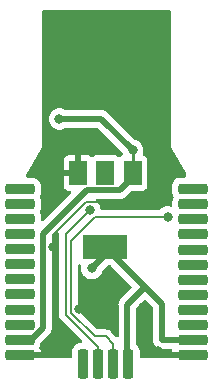
<source format=gbr>
%TF.GenerationSoftware,KiCad,Pcbnew,7.0.10*%
%TF.CreationDate,2024-05-20T03:00:15+05:30*%
%TF.ProjectId,nico-ch32v003-v1,6e69636f-2d63-4683-9332-763030332d76,1.0.1*%
%TF.SameCoordinates,Original*%
%TF.FileFunction,Copper,L2,Bot*%
%TF.FilePolarity,Positive*%
%FSLAX46Y46*%
G04 Gerber Fmt 4.6, Leading zero omitted, Abs format (unit mm)*
G04 Created by KiCad (PCBNEW 7.0.10) date 2024-05-20 03:00:15*
%MOMM*%
%LPD*%
G01*
G04 APERTURE LIST*
G04 Aperture macros list*
%AMRoundRect*
0 Rectangle with rounded corners*
0 $1 Rounding radius*
0 $2 $3 $4 $5 $6 $7 $8 $9 X,Y pos of 4 corners*
0 Add a 4 corners polygon primitive as box body*
4,1,4,$2,$3,$4,$5,$6,$7,$8,$9,$2,$3,0*
0 Add four circle primitives for the rounded corners*
1,1,$1+$1,$2,$3*
1,1,$1+$1,$4,$5*
1,1,$1+$1,$6,$7*
1,1,$1+$1,$8,$9*
0 Add four rect primitives between the rounded corners*
20,1,$1+$1,$2,$3,$4,$5,0*
20,1,$1+$1,$4,$5,$6,$7,0*
20,1,$1+$1,$6,$7,$8,$9,0*
20,1,$1+$1,$8,$9,$2,$3,0*%
G04 Aperture macros list end*
%TA.AperFunction,ComponentPad*%
%ADD10RoundRect,0.225000X1.025000X0.225000X-1.025000X0.225000X-1.025000X-0.225000X1.025000X-0.225000X0*%
%TD*%
%TA.AperFunction,ComponentPad*%
%ADD11RoundRect,0.225000X-0.225000X1.025000X-0.225000X-1.025000X0.225000X-1.025000X0.225000X1.025000X0*%
%TD*%
%TA.AperFunction,ComponentPad*%
%ADD12RoundRect,0.225000X-1.025000X-0.225000X1.025000X-0.225000X1.025000X0.225000X-1.025000X0.225000X0*%
%TD*%
%TA.AperFunction,SMDPad,CuDef*%
%ADD13R,1.500000X2.000000*%
%TD*%
%TA.AperFunction,SMDPad,CuDef*%
%ADD14R,3.800000X2.000000*%
%TD*%
%TA.AperFunction,ViaPad*%
%ADD15C,0.800000*%
%TD*%
%TA.AperFunction,Conductor*%
%ADD16C,0.500000*%
%TD*%
%TA.AperFunction,Conductor*%
%ADD17C,0.250000*%
%TD*%
%TA.AperFunction,Conductor*%
%ADD18C,0.200000*%
%TD*%
G04 APERTURE END LIST*
D10*
%TO.P,J3,1,Pin_1*%
%TO.N,GND*%
X93706000Y-75820000D03*
%TO.P,J3,2,Pin_2*%
%TO.N,+5V*%
X93686000Y-74510000D03*
%TO.P,J3,3,Pin_3*%
%TO.N,PC0*%
X93686000Y-73240000D03*
%TO.P,J3,4,Pin_4*%
%TO.N,+3.3V*%
X93686000Y-71970000D03*
%TO.P,J3,5,Pin_5*%
%TO.N,PD0*%
X93716000Y-70660000D03*
%TO.P,J3,6,Pin_6*%
%TO.N,GND*%
X93716000Y-69390000D03*
%TO.P,J3,7,Pin_7*%
%TO.N,OSCO*%
X93716000Y-68120000D03*
%TO.P,J3,8,Pin_8*%
%TO.N,OSCI*%
X93716000Y-66850000D03*
%TO.P,J3,9,Pin_9*%
%TO.N,PD7*%
X93716000Y-65580000D03*
%TO.P,J3,10,Pin_10*%
%TO.N,PD6*%
X93716000Y-64310000D03*
%TO.P,J3,11,Pin_11*%
%TO.N,DFZ*%
X93716000Y-63040000D03*
%TO.P,J3,12,Pin_12*%
%TO.N,D-*%
X93716000Y-61770000D03*
%TD*%
D11*
%TO.P,J4,1,Pin_1*%
%TO.N,+3.3V*%
X102880000Y-76550000D03*
%TO.P,J4,2,Pin_2*%
%TO.N,PD1*%
X101610000Y-76550000D03*
%TO.P,J4,3,Pin_3*%
%TO.N,PD6*%
X100340000Y-76550000D03*
%TO.P,J4,4,Pin_4*%
%TO.N,GND*%
X99070000Y-76550000D03*
%TD*%
D12*
%TO.P,J2,1,Pin_1*%
%TO.N,D+*%
X108336000Y-61720000D03*
%TO.P,J2,2,Pin_2*%
%TO.N,PD2*%
X108356000Y-63030000D03*
%TO.P,J2,3,Pin_3*%
%TO.N,PD1*%
X108356000Y-64300000D03*
%TO.P,J2,4,Pin_4*%
%TO.N,PC7*%
X108356000Y-65570000D03*
%TO.P,J2,5,Pin_5*%
%TO.N,PC6*%
X108326000Y-66880000D03*
%TO.P,J2,6,Pin_6*%
%TO.N,PC5*%
X108326000Y-68150000D03*
%TO.P,J2,7,Pin_7*%
%TO.N,PC4*%
X108326000Y-69420000D03*
%TO.P,J2,8,Pin_8*%
%TO.N,PC3*%
X108326000Y-70690000D03*
%TO.P,J2,9,Pin_9*%
%TO.N,PC2*%
X108326000Y-71960000D03*
%TO.P,J2,10,Pin_10*%
%TO.N,PC1*%
X108326000Y-73230000D03*
%TO.P,J2,11,Pin_11*%
%TO.N,+3.3V*%
X108326000Y-74500000D03*
%TO.P,J2,12,Pin_12*%
%TO.N,GND*%
X108326000Y-75770000D03*
%TD*%
D13*
%TO.P,U2,1,GND*%
%TO.N,GND*%
X98636800Y-60376800D03*
%TO.P,U2,2,VO*%
%TO.N,+3.3V*%
X100936800Y-60376800D03*
D14*
X100936800Y-66676800D03*
D13*
%TO.P,U2,3,VI*%
%TO.N,+5V*%
X103236800Y-60376800D03*
%TD*%
D15*
%TO.N,+5V*%
X97039200Y-55804800D03*
X103236800Y-58446400D03*
%TO.N,GND*%
X104151200Y-71756000D03*
X96480400Y-66625200D03*
X100114400Y-72416400D03*
X98715600Y-71857600D03*
X105420000Y-75470000D03*
X104964000Y-55855600D03*
X98461600Y-58395600D03*
X97110000Y-75210000D03*
X105420000Y-61480000D03*
X101814400Y-70216400D03*
%TO.N,+3.3V*%
X99782400Y-68454000D03*
%TO.N,PD1*%
X106200000Y-64110000D03*
%TO.N,PD6*%
X99614392Y-63509257D03*
%TD*%
D16*
%TO.N,+5V*%
X95630400Y-73506428D02*
X94619129Y-74517699D01*
X95630400Y-65539600D02*
X95630400Y-73506428D01*
X97039200Y-55804800D02*
X100595200Y-55804800D01*
X100595200Y-55804800D02*
X103236800Y-58446400D01*
X103236800Y-60726800D02*
X102136800Y-61826800D01*
X103236800Y-60376800D02*
X103236800Y-60726800D01*
X99343200Y-61826800D02*
X95630400Y-65539600D01*
X102136800Y-61826800D02*
X99343200Y-61826800D01*
D17*
X103236800Y-60376800D02*
X103236800Y-58446400D01*
D16*
X94619129Y-74517699D02*
X94503790Y-74517699D01*
D17*
%TO.N,GND*%
X98636800Y-60376800D02*
X98636800Y-58570800D01*
D18*
X99324442Y-62809257D02*
X104090743Y-62809257D01*
X104090743Y-62809257D02*
X105420000Y-61480000D01*
D17*
X98636800Y-58570800D02*
X98461600Y-58395600D01*
D18*
X96480400Y-66625200D02*
X96480400Y-65653299D01*
X96480400Y-65653299D02*
X99324442Y-62809257D01*
D16*
%TO.N,+3.3V*%
X102790000Y-71520000D02*
X102790000Y-75697000D01*
X105723118Y-71463118D02*
X105723118Y-74530000D01*
X102790000Y-75697000D02*
X102880000Y-75787000D01*
X100936800Y-67299600D02*
X99782400Y-68454000D01*
X104285000Y-70025000D02*
X102790000Y-71520000D01*
X105723118Y-74530000D02*
X107525006Y-74530000D01*
X100936800Y-66676800D02*
X105723118Y-71463118D01*
D18*
%TO.N,PD1*%
X106200000Y-64110000D02*
X100060000Y-64110000D01*
X100008696Y-74220000D02*
X100950000Y-74220000D01*
X101610000Y-74880000D02*
X101610000Y-75937000D01*
X98015600Y-72226904D02*
X100008696Y-74220000D01*
X98015600Y-66154400D02*
X98015600Y-72226904D01*
X100060000Y-64110000D02*
X98015600Y-66154400D01*
X100950000Y-74220000D02*
X101610000Y-74880000D01*
%TO.N,PD6*%
X97615600Y-65508049D02*
X97615600Y-72392590D01*
X100340000Y-75116990D02*
X100340000Y-75937000D01*
X97615600Y-72392590D02*
X100340000Y-75116990D01*
X99614392Y-63509257D02*
X97615600Y-65508049D01*
%TD*%
%TA.AperFunction,Conductor*%
%TO.N,GND*%
G36*
X96929791Y-65404089D02*
G01*
X96985724Y-65445961D01*
X97009396Y-65504085D01*
X97014039Y-65539350D01*
X97015100Y-65555536D01*
X97015100Y-72345102D01*
X97014039Y-72361287D01*
X97009918Y-72392588D01*
X97009918Y-72392590D01*
X97015100Y-72431950D01*
X97015100Y-72431951D01*
X97030555Y-72549350D01*
X97030556Y-72549352D01*
X97091064Y-72695431D01*
X97187318Y-72820872D01*
X97187319Y-72820873D01*
X97212369Y-72840094D01*
X97224564Y-72850789D01*
X98962094Y-74588319D01*
X98995579Y-74649642D01*
X98990595Y-74719334D01*
X98948723Y-74775267D01*
X98883259Y-74799684D01*
X98874415Y-74800000D01*
X98796693Y-74800000D01*
X98796676Y-74800001D01*
X98697392Y-74810144D01*
X98536518Y-74863452D01*
X98536507Y-74863457D01*
X98392271Y-74952424D01*
X98392267Y-74952427D01*
X98272427Y-75072267D01*
X98272424Y-75072271D01*
X98183457Y-75216507D01*
X98183452Y-75216518D01*
X98130144Y-75377393D01*
X98120000Y-75476677D01*
X98120000Y-75912500D01*
X98100315Y-75979539D01*
X98047511Y-76025294D01*
X97996000Y-76036500D01*
X94381748Y-76036500D01*
X94314709Y-76016815D01*
X94268954Y-75964011D01*
X94257748Y-75912808D01*
X94257206Y-75694308D01*
X94276725Y-75627220D01*
X94329415Y-75581334D01*
X94381206Y-75570000D01*
X95455999Y-75570000D01*
X95455999Y-75546692D01*
X95455998Y-75546677D01*
X95445855Y-75447392D01*
X95392547Y-75286518D01*
X95392542Y-75286507D01*
X95348041Y-75214360D01*
X95329600Y-75146968D01*
X95348042Y-75084164D01*
X95355381Y-75072267D01*
X95373003Y-75043697D01*
X95426349Y-74882708D01*
X95434480Y-74803114D01*
X95460876Y-74738423D01*
X95470148Y-74728045D01*
X96116042Y-74082152D01*
X96129657Y-74070386D01*
X96148930Y-74056038D01*
X96180783Y-74018076D01*
X96188071Y-74010122D01*
X96191990Y-74006205D01*
X96211211Y-73981895D01*
X96213494Y-73979092D01*
X96215835Y-73976303D01*
X96261702Y-73921642D01*
X96261703Y-73921639D01*
X96265672Y-73915607D01*
X96265723Y-73915640D01*
X96269769Y-73909288D01*
X96269717Y-73909256D01*
X96273505Y-73903111D01*
X96273511Y-73903105D01*
X96305229Y-73835083D01*
X96306769Y-73831904D01*
X96340440Y-73764861D01*
X96340443Y-73764845D01*
X96342910Y-73758072D01*
X96342968Y-73758093D01*
X96345443Y-73750974D01*
X96345385Y-73750955D01*
X96347655Y-73744105D01*
X96347656Y-73744101D01*
X96362831Y-73670599D01*
X96363586Y-73667195D01*
X96380900Y-73594149D01*
X96380900Y-73594147D01*
X96380901Y-73594143D01*
X96381739Y-73586976D01*
X96381797Y-73586982D01*
X96382564Y-73579484D01*
X96382504Y-73579479D01*
X96383133Y-73572288D01*
X96380952Y-73497317D01*
X96380900Y-73493711D01*
X96380900Y-65901828D01*
X96400585Y-65834789D01*
X96417214Y-65814152D01*
X96798777Y-65432589D01*
X96860099Y-65399105D01*
X96929791Y-65404089D01*
G37*
%TD.AperFunction*%
%TA.AperFunction,Conductor*%
G36*
X104328333Y-71145547D02*
G01*
X104372680Y-71174048D01*
X104936299Y-71737667D01*
X104969784Y-71798990D01*
X104972618Y-71825348D01*
X104972618Y-74504554D01*
X104972408Y-74511764D01*
X104968786Y-74573933D01*
X104968787Y-74573935D01*
X104979600Y-74635263D01*
X104980645Y-74642396D01*
X104987875Y-74704249D01*
X104987879Y-74704264D01*
X104991712Y-74714795D01*
X104997304Y-74735664D01*
X104999251Y-74746708D01*
X104999252Y-74746710D01*
X105012362Y-74777102D01*
X105023919Y-74803896D01*
X105026577Y-74810585D01*
X105047880Y-74869116D01*
X105054042Y-74878484D01*
X105064297Y-74897504D01*
X105068738Y-74907799D01*
X105068742Y-74907806D01*
X105105932Y-74957760D01*
X105110058Y-74963652D01*
X105144288Y-75015696D01*
X105152448Y-75023395D01*
X105166808Y-75039531D01*
X105173508Y-75048530D01*
X105215975Y-75084164D01*
X105221220Y-75088565D01*
X105226609Y-75093362D01*
X105271896Y-75136090D01*
X105271898Y-75136090D01*
X105271900Y-75136092D01*
X105281607Y-75141696D01*
X105299313Y-75154094D01*
X105307904Y-75161302D01*
X105307905Y-75161302D01*
X105307907Y-75161304D01*
X105363556Y-75189251D01*
X105369882Y-75192661D01*
X105423837Y-75223812D01*
X105434581Y-75227028D01*
X105454662Y-75235006D01*
X105464685Y-75240040D01*
X105478428Y-75243297D01*
X105525292Y-75254405D01*
X105532254Y-75256270D01*
X105591908Y-75274130D01*
X105603096Y-75274781D01*
X105624490Y-75277914D01*
X105635397Y-75280500D01*
X105697673Y-75280500D01*
X105704882Y-75280709D01*
X105767053Y-75284331D01*
X105778095Y-75282384D01*
X105799627Y-75280500D01*
X106460772Y-75280500D01*
X106527811Y-75300185D01*
X106573566Y-75352989D01*
X106584130Y-75417102D01*
X106576000Y-75496675D01*
X106576000Y-75520000D01*
X107649756Y-75520000D01*
X107716795Y-75539685D01*
X107762550Y-75592489D01*
X107773756Y-75644084D01*
X107773586Y-75896084D01*
X107753856Y-75963110D01*
X107701021Y-76008829D01*
X107649586Y-76020000D01*
X106559524Y-76020000D01*
X106534497Y-76033666D01*
X106508139Y-76036500D01*
X103954499Y-76036500D01*
X103887460Y-76016815D01*
X103841705Y-75964011D01*
X103830499Y-75912500D01*
X103830499Y-75476662D01*
X103830498Y-75476644D01*
X103820349Y-75377292D01*
X103820348Y-75377289D01*
X103812296Y-75352989D01*
X103767003Y-75216303D01*
X103766999Y-75216297D01*
X103766998Y-75216294D01*
X103677970Y-75071959D01*
X103677967Y-75071955D01*
X103576819Y-74970807D01*
X103543334Y-74909484D01*
X103540500Y-74883126D01*
X103540500Y-71882228D01*
X103560185Y-71815189D01*
X103576815Y-71794551D01*
X104197318Y-71174047D01*
X104258641Y-71140563D01*
X104328333Y-71145547D01*
G37*
%TD.AperFunction*%
%TA.AperFunction,Conductor*%
G36*
X98785690Y-68118752D02*
G01*
X98786159Y-68117496D01*
X98794467Y-68120594D01*
X98794469Y-68120596D01*
X98817612Y-68129227D01*
X98873544Y-68171097D01*
X98897962Y-68236561D01*
X98896406Y-68259175D01*
X98897406Y-68259281D01*
X98896727Y-68265740D01*
X98896726Y-68265744D01*
X98876940Y-68454000D01*
X98896726Y-68642256D01*
X98896727Y-68642259D01*
X98955218Y-68822277D01*
X98955221Y-68822284D01*
X99049867Y-68986216D01*
X99125756Y-69070499D01*
X99176529Y-69126888D01*
X99329665Y-69238148D01*
X99329670Y-69238151D01*
X99502592Y-69315142D01*
X99502597Y-69315144D01*
X99687754Y-69354500D01*
X99687755Y-69354500D01*
X99877044Y-69354500D01*
X99877046Y-69354500D01*
X100062203Y-69315144D01*
X100235130Y-69238151D01*
X100388271Y-69126888D01*
X100514933Y-68986216D01*
X100609579Y-68822284D01*
X100664922Y-68651955D01*
X100695169Y-68602597D01*
X101084148Y-68213617D01*
X101145471Y-68180133D01*
X101171829Y-68177299D01*
X101324569Y-68177299D01*
X101391608Y-68196984D01*
X101412250Y-68213618D01*
X103135950Y-69937318D01*
X103169435Y-69998641D01*
X103164451Y-70068333D01*
X103135950Y-70112680D01*
X102304358Y-70944272D01*
X102290729Y-70956051D01*
X102271469Y-70970390D01*
X102239632Y-71008331D01*
X102232346Y-71016284D01*
X102228407Y-71020224D01*
X102209176Y-71044545D01*
X102206902Y-71047337D01*
X102158694Y-71104790D01*
X102154729Y-71110819D01*
X102154682Y-71110788D01*
X102150630Y-71117147D01*
X102150679Y-71117177D01*
X102146889Y-71123321D01*
X102115192Y-71191294D01*
X102113623Y-71194536D01*
X102079957Y-71261572D01*
X102077488Y-71268357D01*
X102077432Y-71268336D01*
X102074960Y-71275450D01*
X102075015Y-71275469D01*
X102072743Y-71282325D01*
X102057573Y-71355788D01*
X102056793Y-71359304D01*
X102039499Y-71432279D01*
X102038661Y-71439454D01*
X102038601Y-71439447D01*
X102037835Y-71446945D01*
X102037895Y-71446951D01*
X102037265Y-71454140D01*
X102039448Y-71529128D01*
X102039500Y-71532735D01*
X102039500Y-74160903D01*
X102019815Y-74227942D01*
X101967011Y-74273697D01*
X101897853Y-74283641D01*
X101834297Y-74254616D01*
X101827819Y-74248584D01*
X101408199Y-73828964D01*
X101397503Y-73816767D01*
X101378286Y-73791722D01*
X101378283Y-73791720D01*
X101378282Y-73791718D01*
X101252841Y-73695464D01*
X101106762Y-73634956D01*
X101106760Y-73634955D01*
X100989361Y-73619500D01*
X100950000Y-73614318D01*
X100918697Y-73618439D01*
X100902513Y-73619500D01*
X100308793Y-73619500D01*
X100241754Y-73599815D01*
X100221112Y-73583181D01*
X98652419Y-72014488D01*
X98618934Y-71953165D01*
X98616100Y-71926807D01*
X98616100Y-68232190D01*
X98635785Y-68165151D01*
X98688589Y-68119396D01*
X98757747Y-68109452D01*
X98785690Y-68118752D01*
G37*
%TD.AperFunction*%
%TA.AperFunction,Conductor*%
G36*
X106406339Y-46603585D02*
G01*
X106452094Y-46656389D01*
X106463300Y-46707900D01*
X106463300Y-57942943D01*
X106462245Y-57959087D01*
X106458266Y-57989388D01*
X106468085Y-58063794D01*
X106468087Y-58063832D01*
X106468090Y-58063832D01*
X106478320Y-58141539D01*
X106478361Y-58141689D01*
X106478367Y-58141705D01*
X106478368Y-58141706D01*
X106508017Y-58213222D01*
X106508025Y-58213260D01*
X106508032Y-58213258D01*
X106537111Y-58283462D01*
X106537114Y-58283467D01*
X106555717Y-58307711D01*
X106564708Y-58321163D01*
X107767338Y-60402640D01*
X107783971Y-60464757D01*
X107783850Y-60645583D01*
X107764121Y-60712609D01*
X107711286Y-60758329D01*
X107659850Y-60769500D01*
X107262662Y-60769500D01*
X107262644Y-60769501D01*
X107163292Y-60779650D01*
X107163289Y-60779651D01*
X107002305Y-60832996D01*
X107002294Y-60833001D01*
X106857959Y-60922029D01*
X106857955Y-60922032D01*
X106738032Y-61041955D01*
X106738029Y-61041959D01*
X106649001Y-61186294D01*
X106648996Y-61186305D01*
X106595651Y-61347290D01*
X106585500Y-61446647D01*
X106585500Y-61993337D01*
X106585502Y-61993352D01*
X106595650Y-62092707D01*
X106595651Y-62092710D01*
X106648996Y-62253694D01*
X106648997Y-62253697D01*
X106693665Y-62326115D01*
X106712106Y-62393505D01*
X106693666Y-62456307D01*
X106669001Y-62496296D01*
X106668996Y-62496305D01*
X106615651Y-62657290D01*
X106605500Y-62756647D01*
X106605500Y-63122446D01*
X106585815Y-63189485D01*
X106533011Y-63235240D01*
X106463853Y-63245184D01*
X106455720Y-63243737D01*
X106449325Y-63242377D01*
X106294646Y-63209500D01*
X106105354Y-63209500D01*
X106072897Y-63216398D01*
X105920197Y-63248855D01*
X105920192Y-63248857D01*
X105747270Y-63325848D01*
X105747265Y-63325851D01*
X105594135Y-63437106D01*
X105594128Y-63437112D01*
X105565891Y-63468473D01*
X105506405Y-63505121D01*
X105473742Y-63509500D01*
X100631528Y-63509500D01*
X100564489Y-63489815D01*
X100518734Y-63437011D01*
X100508207Y-63398462D01*
X100500066Y-63321001D01*
X100441571Y-63140973D01*
X100346925Y-62977041D01*
X100220263Y-62836369D01*
X100172431Y-62801617D01*
X100129767Y-62746288D01*
X100123788Y-62676674D01*
X100156394Y-62614879D01*
X100217233Y-62580522D01*
X100245318Y-62577300D01*
X102073095Y-62577300D01*
X102091065Y-62578609D01*
X102114823Y-62582089D01*
X102164169Y-62577771D01*
X102174976Y-62577300D01*
X102180504Y-62577300D01*
X102180509Y-62577300D01*
X102211356Y-62573693D01*
X102214830Y-62573339D01*
X102289597Y-62566799D01*
X102289605Y-62566796D01*
X102296666Y-62565339D01*
X102296678Y-62565398D01*
X102304043Y-62563765D01*
X102304029Y-62563706D01*
X102311049Y-62562041D01*
X102311055Y-62562041D01*
X102381579Y-62536372D01*
X102384917Y-62535212D01*
X102456134Y-62511614D01*
X102456142Y-62511608D01*
X102462682Y-62508560D01*
X102462708Y-62508616D01*
X102469490Y-62505332D01*
X102469463Y-62505278D01*
X102475913Y-62502038D01*
X102475917Y-62502037D01*
X102538637Y-62460784D01*
X102541532Y-62458940D01*
X102605456Y-62419512D01*
X102605462Y-62419505D01*
X102611125Y-62415029D01*
X102611163Y-62415077D01*
X102617000Y-62410322D01*
X102616961Y-62410275D01*
X102622491Y-62405633D01*
X102622496Y-62405630D01*
X102673984Y-62351054D01*
X102676431Y-62348535D01*
X103111349Y-61913618D01*
X103172672Y-61880133D01*
X103199030Y-61877299D01*
X104034671Y-61877299D01*
X104034672Y-61877299D01*
X104094283Y-61870891D01*
X104229131Y-61820596D01*
X104344346Y-61734346D01*
X104430596Y-61619131D01*
X104480891Y-61484283D01*
X104487300Y-61424673D01*
X104487299Y-59328928D01*
X104480891Y-59269317D01*
X104430684Y-59134706D01*
X104430597Y-59134471D01*
X104430593Y-59134464D01*
X104344347Y-59019255D01*
X104344344Y-59019252D01*
X104229135Y-58933006D01*
X104229130Y-58933003D01*
X104158849Y-58906790D01*
X104102916Y-58864918D01*
X104078499Y-58799454D01*
X104084252Y-58752290D01*
X104122474Y-58634656D01*
X104142260Y-58446400D01*
X104122474Y-58258144D01*
X104063979Y-58078116D01*
X103969333Y-57914184D01*
X103842671Y-57773512D01*
X103842670Y-57773511D01*
X103689534Y-57662251D01*
X103689529Y-57662248D01*
X103516607Y-57585257D01*
X103516602Y-57585255D01*
X103451469Y-57571411D01*
X103389987Y-57538218D01*
X103389569Y-57537802D01*
X101170929Y-55319161D01*
X101159149Y-55305530D01*
X101144810Y-55286270D01*
X101106851Y-55254419D01*
X101098886Y-55247118D01*
X101094980Y-55243211D01*
X101070643Y-55223968D01*
X101067847Y-55221690D01*
X101010414Y-55173498D01*
X101004380Y-55169529D01*
X101004412Y-55169480D01*
X100998053Y-55165428D01*
X100998022Y-55165479D01*
X100991880Y-55161691D01*
X100991878Y-55161690D01*
X100991877Y-55161689D01*
X100923888Y-55129984D01*
X100920647Y-55128415D01*
X100889730Y-55112888D01*
X100853633Y-55094760D01*
X100853631Y-55094759D01*
X100853630Y-55094759D01*
X100846845Y-55092289D01*
X100846865Y-55092233D01*
X100839749Y-55089759D01*
X100839731Y-55089815D01*
X100832874Y-55087543D01*
X100759410Y-55072373D01*
X100755893Y-55071593D01*
X100682918Y-55054299D01*
X100675747Y-55053461D01*
X100675753Y-55053401D01*
X100668255Y-55052635D01*
X100668250Y-55052695D01*
X100661060Y-55052065D01*
X100586070Y-55054248D01*
X100582463Y-55054300D01*
X97578537Y-55054300D01*
X97511498Y-55034615D01*
X97505652Y-55030618D01*
X97491934Y-55020651D01*
X97491929Y-55020648D01*
X97319007Y-54943657D01*
X97319002Y-54943655D01*
X97173201Y-54912665D01*
X97133846Y-54904300D01*
X96944554Y-54904300D01*
X96912097Y-54911198D01*
X96759397Y-54943655D01*
X96759392Y-54943657D01*
X96586470Y-55020648D01*
X96586465Y-55020651D01*
X96433329Y-55131911D01*
X96306666Y-55272585D01*
X96212021Y-55436515D01*
X96212018Y-55436522D01*
X96153527Y-55616540D01*
X96153526Y-55616544D01*
X96133740Y-55804800D01*
X96153526Y-55993056D01*
X96153527Y-55993059D01*
X96212018Y-56173077D01*
X96212021Y-56173084D01*
X96306667Y-56337016D01*
X96433329Y-56477688D01*
X96586465Y-56588948D01*
X96586470Y-56588951D01*
X96759392Y-56665942D01*
X96759397Y-56665944D01*
X96944554Y-56705300D01*
X96944555Y-56705300D01*
X97133844Y-56705300D01*
X97133846Y-56705300D01*
X97319003Y-56665944D01*
X97491930Y-56588951D01*
X97493976Y-56587464D01*
X97505652Y-56578982D01*
X97571458Y-56555502D01*
X97578537Y-56555300D01*
X100232970Y-56555300D01*
X100300009Y-56574985D01*
X100320651Y-56591619D01*
X102324028Y-58594995D01*
X102354278Y-58644358D01*
X102389347Y-58752290D01*
X102391342Y-58822131D01*
X102355262Y-58881964D01*
X102314750Y-58906790D01*
X102244470Y-58933003D01*
X102244469Y-58933003D01*
X102161111Y-58995406D01*
X102095647Y-59019823D01*
X102027374Y-59004972D01*
X102012489Y-58995406D01*
X101929130Y-58933003D01*
X101929128Y-58933002D01*
X101794282Y-58882708D01*
X101794283Y-58882708D01*
X101734683Y-58876301D01*
X101734681Y-58876300D01*
X101734673Y-58876300D01*
X101734664Y-58876300D01*
X100138929Y-58876300D01*
X100138923Y-58876301D01*
X100079316Y-58882708D01*
X99944471Y-58933002D01*
X99944469Y-58933004D01*
X99860694Y-58995718D01*
X99795230Y-59020135D01*
X99726957Y-59005284D01*
X99712072Y-58995718D01*
X99628888Y-58933446D01*
X99628886Y-58933445D01*
X99494179Y-58883203D01*
X99494172Y-58883201D01*
X99434644Y-58876800D01*
X98886800Y-58876800D01*
X98886800Y-60502800D01*
X98867115Y-60569839D01*
X98814311Y-60615594D01*
X98762800Y-60626800D01*
X97386800Y-60626800D01*
X97386800Y-61424644D01*
X97393201Y-61484172D01*
X97393203Y-61484179D01*
X97443445Y-61618886D01*
X97443449Y-61618893D01*
X97529609Y-61733987D01*
X97529612Y-61733990D01*
X97644706Y-61820150D01*
X97644713Y-61820154D01*
X97779420Y-61870396D01*
X97779427Y-61870398D01*
X97838955Y-61876799D01*
X97838972Y-61876800D01*
X97932469Y-61876800D01*
X97999508Y-61896485D01*
X98045263Y-61949289D01*
X98055207Y-62018447D01*
X98026182Y-62082003D01*
X98020150Y-62088481D01*
X95678180Y-64430450D01*
X95616857Y-64463935D01*
X95547165Y-64458951D01*
X95491232Y-64417079D01*
X95466815Y-64351615D01*
X95466499Y-64342784D01*
X95466499Y-64036656D01*
X95456349Y-63937292D01*
X95403003Y-63776303D01*
X95380670Y-63740096D01*
X95362229Y-63672707D01*
X95380670Y-63609903D01*
X95403003Y-63573697D01*
X95456349Y-63412708D01*
X95466500Y-63313345D01*
X95466499Y-62766656D01*
X95465477Y-62756655D01*
X95456349Y-62667292D01*
X95456348Y-62667289D01*
X95438981Y-62614879D01*
X95403003Y-62506303D01*
X95380670Y-62470096D01*
X95362229Y-62402707D01*
X95380670Y-62339903D01*
X95403003Y-62303697D01*
X95456349Y-62142708D01*
X95466500Y-62043345D01*
X95466499Y-61496656D01*
X95465224Y-61484179D01*
X95456349Y-61397292D01*
X95456348Y-61397289D01*
X95439780Y-61347290D01*
X95403003Y-61236303D01*
X95402999Y-61236297D01*
X95402998Y-61236294D01*
X95313970Y-61091959D01*
X95313967Y-61091955D01*
X95194044Y-60972032D01*
X95194040Y-60972029D01*
X95049705Y-60883001D01*
X95049699Y-60882998D01*
X95049697Y-60882997D01*
X95049694Y-60882996D01*
X94888709Y-60829651D01*
X94789352Y-60819500D01*
X94789345Y-60819500D01*
X94369432Y-60819500D01*
X94302393Y-60799815D01*
X94256638Y-60747011D01*
X94245432Y-60695411D01*
X94245481Y-60626800D01*
X94245584Y-60484127D01*
X94260150Y-60425907D01*
X94358649Y-60241060D01*
X94360689Y-60237388D01*
X94424584Y-60126800D01*
X97386800Y-60126800D01*
X98386800Y-60126800D01*
X98386800Y-58876800D01*
X97838955Y-58876800D01*
X97779427Y-58883201D01*
X97779420Y-58883203D01*
X97644713Y-58933445D01*
X97644706Y-58933449D01*
X97529612Y-59019609D01*
X97529609Y-59019612D01*
X97443449Y-59134706D01*
X97443445Y-59134713D01*
X97393203Y-59269420D01*
X97393201Y-59269427D01*
X97386800Y-59328955D01*
X97386800Y-60126800D01*
X94424584Y-60126800D01*
X95438500Y-58371946D01*
X95447478Y-58358515D01*
X95466086Y-58334267D01*
X95495167Y-58264057D01*
X95524832Y-58192506D01*
X95524832Y-58192498D01*
X95524877Y-58192332D01*
X95524881Y-58192324D01*
X95535109Y-58114632D01*
X95544934Y-58040189D01*
X95540955Y-58009887D01*
X95539900Y-57993743D01*
X95539900Y-46707900D01*
X95559585Y-46640861D01*
X95612389Y-46595106D01*
X95663900Y-46583900D01*
X106339300Y-46583900D01*
X106406339Y-46603585D01*
G37*
%TD.AperFunction*%
%TD*%
M02*

</source>
